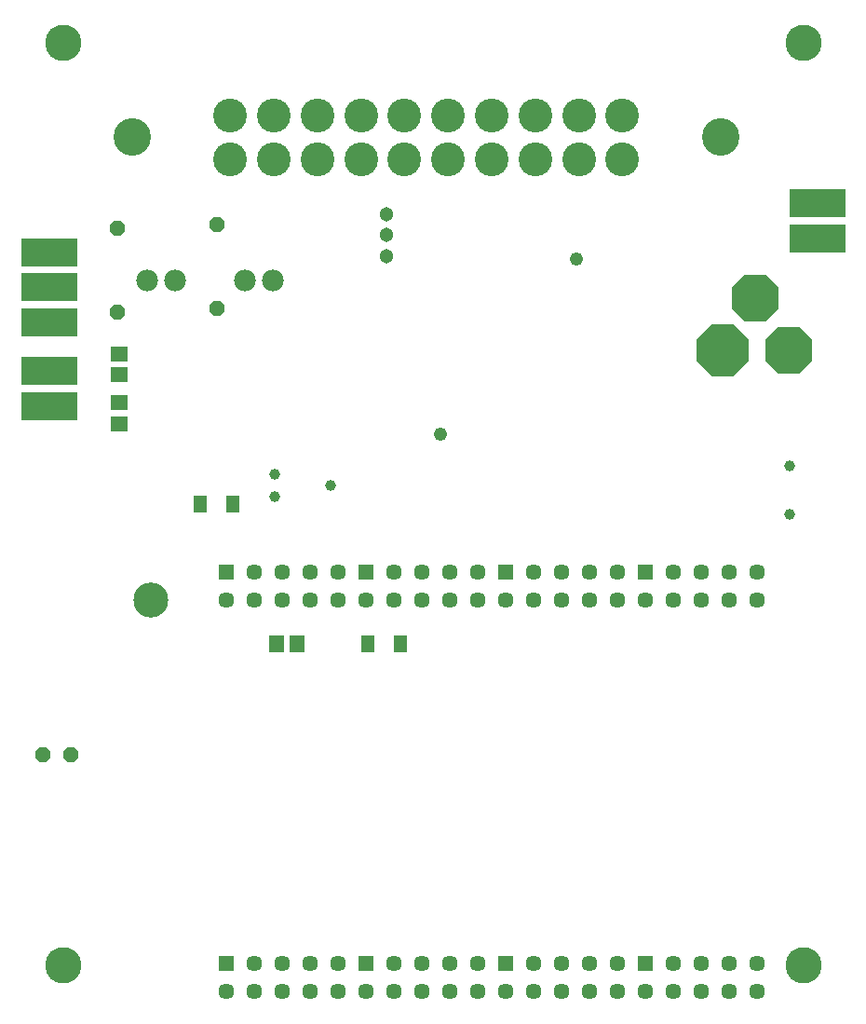
<source format=gts>
G75*
%MOIN*%
%OFA0B0*%
%FSLAX25Y25*%
%IPPOS*%
%LPD*%
%AMOC8*
5,1,8,0,0,1.08239X$1,22.5*
%
%ADD10C,0.12998*%
%ADD11C,0.03900*%
%ADD12C,0.03943*%
%ADD13OC8,0.05200*%
%ADD14C,0.05124*%
%ADD15R,0.20400X0.10400*%
%ADD16C,0.12100*%
%ADD17C,0.13400*%
%ADD18C,0.07800*%
%ADD19R,0.05715X0.05715*%
%ADD20C,0.05715*%
%ADD21C,0.12526*%
%ADD22OC8,0.18573*%
%ADD23OC8,0.16998*%
%ADD24R,0.05518X0.06306*%
%ADD25R,0.05124X0.05912*%
%ADD26R,0.06306X0.05518*%
%ADD27C,0.04829*%
D10*
X0069300Y0025384D03*
X0334300Y0025384D03*
X0334300Y0355384D03*
X0069300Y0355384D03*
D11*
X0145200Y0201084D03*
X0145200Y0193084D03*
X0165200Y0197084D03*
D12*
X0329300Y0204046D03*
X0329300Y0186723D03*
D13*
X0124300Y0260384D03*
X0124300Y0290384D03*
X0088850Y0288934D03*
X0088850Y0258934D03*
X0071900Y0100784D03*
X0061900Y0100784D03*
D14*
X0185100Y0279184D03*
X0185100Y0286684D03*
X0185100Y0294184D03*
D15*
X0064300Y0280384D03*
X0064300Y0268084D03*
X0064300Y0255384D03*
X0064300Y0237884D03*
X0064300Y0225384D03*
X0339300Y0285384D03*
X0339300Y0297884D03*
D16*
X0269500Y0313734D03*
X0253900Y0313734D03*
X0238300Y0313734D03*
X0238300Y0329334D03*
X0253900Y0329334D03*
X0269500Y0329334D03*
X0222700Y0329334D03*
X0222700Y0313734D03*
X0207100Y0313734D03*
X0191500Y0313734D03*
X0175900Y0313734D03*
X0175900Y0329334D03*
X0191500Y0329334D03*
X0207100Y0329334D03*
X0160300Y0329334D03*
X0160300Y0313734D03*
X0144700Y0313734D03*
X0129100Y0313734D03*
X0129100Y0329334D03*
X0144700Y0329334D03*
D17*
X0094000Y0321534D03*
X0304600Y0321534D03*
D18*
X0144300Y0270384D03*
X0134300Y0270384D03*
X0109300Y0270384D03*
X0099300Y0270384D03*
D19*
X0127550Y0165934D03*
X0177550Y0165934D03*
X0227550Y0165934D03*
X0277550Y0165934D03*
X0277550Y0025934D03*
X0227550Y0025934D03*
X0177550Y0025934D03*
X0127550Y0025934D03*
D20*
X0127550Y0015934D03*
X0137550Y0015934D03*
X0137550Y0025934D03*
X0147550Y0025934D03*
X0147550Y0015934D03*
X0157550Y0015934D03*
X0167550Y0015934D03*
X0167550Y0025934D03*
X0157550Y0025934D03*
X0177550Y0015934D03*
X0187550Y0015934D03*
X0187550Y0025934D03*
X0197550Y0025934D03*
X0197550Y0015934D03*
X0207550Y0015934D03*
X0207550Y0025934D03*
X0217550Y0025934D03*
X0217550Y0015934D03*
X0227550Y0015934D03*
X0237550Y0015934D03*
X0247550Y0015934D03*
X0247550Y0025934D03*
X0237550Y0025934D03*
X0257550Y0025934D03*
X0257550Y0015934D03*
X0267550Y0015934D03*
X0277550Y0015934D03*
X0267550Y0025934D03*
X0287550Y0025934D03*
X0287550Y0015934D03*
X0297550Y0015934D03*
X0297550Y0025934D03*
X0307550Y0025934D03*
X0307550Y0015934D03*
X0317550Y0015934D03*
X0317550Y0025934D03*
X0317550Y0155934D03*
X0307550Y0155934D03*
X0297550Y0155934D03*
X0287550Y0155934D03*
X0277550Y0155934D03*
X0267550Y0155934D03*
X0257550Y0155934D03*
X0247550Y0155934D03*
X0237550Y0155934D03*
X0227550Y0155934D03*
X0217550Y0155934D03*
X0207550Y0155934D03*
X0197550Y0155934D03*
X0187550Y0155934D03*
X0177550Y0155934D03*
X0167550Y0155934D03*
X0157550Y0155934D03*
X0147550Y0155934D03*
X0137550Y0155934D03*
X0127550Y0155934D03*
X0137550Y0165934D03*
X0147550Y0165934D03*
X0157550Y0165934D03*
X0167550Y0165934D03*
X0187550Y0165934D03*
X0197550Y0165934D03*
X0207550Y0165934D03*
X0217550Y0165934D03*
X0237550Y0165934D03*
X0247550Y0165934D03*
X0257550Y0165934D03*
X0267550Y0165934D03*
X0287550Y0165934D03*
X0297550Y0165934D03*
X0307550Y0165934D03*
X0317550Y0165934D03*
D21*
X0100857Y0155856D03*
D22*
X0305363Y0245384D03*
D23*
X0317174Y0263888D03*
X0328985Y0245384D03*
D24*
X0153040Y0140384D03*
X0145560Y0140384D03*
D25*
X0178394Y0140384D03*
X0190206Y0140384D03*
X0130206Y0190384D03*
X0118394Y0190384D03*
D26*
X0089300Y0219144D03*
X0089300Y0226625D03*
X0089300Y0236644D03*
X0089300Y0244125D03*
D27*
X0204300Y0215384D03*
X0253050Y0277884D03*
M02*

</source>
